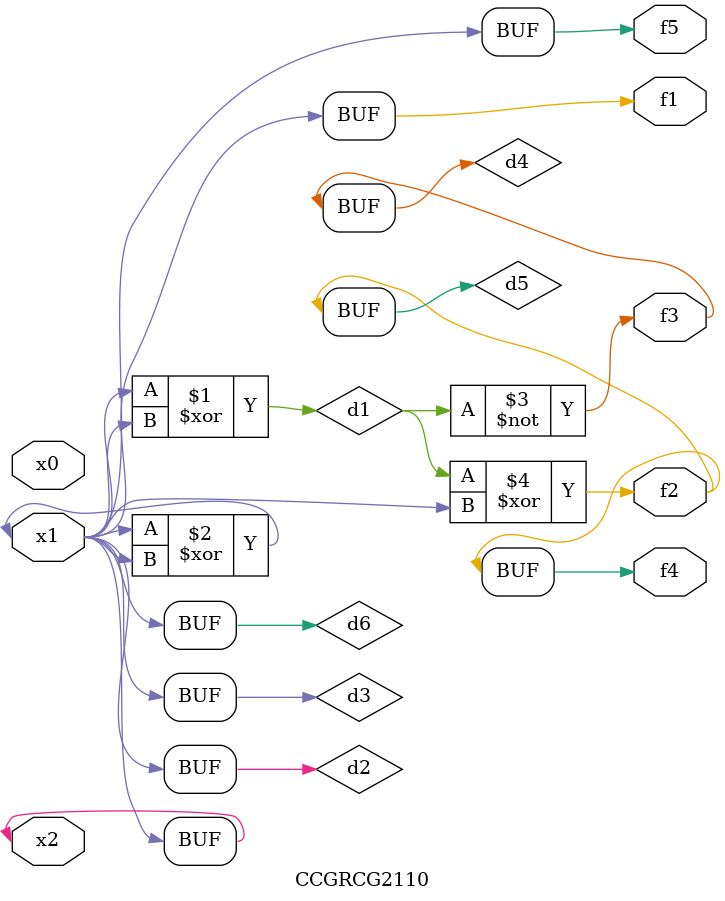
<source format=v>
module CCGRCG2110(
	input x0, x1, x2,
	output f1, f2, f3, f4, f5
);

	wire d1, d2, d3, d4, d5, d6;

	xor (d1, x1, x2);
	buf (d2, x1, x2);
	xor (d3, x1, x2);
	nor (d4, d1);
	xor (d5, d1, d2);
	buf (d6, d2, d3);
	assign f1 = d6;
	assign f2 = d5;
	assign f3 = d4;
	assign f4 = d5;
	assign f5 = d6;
endmodule

</source>
